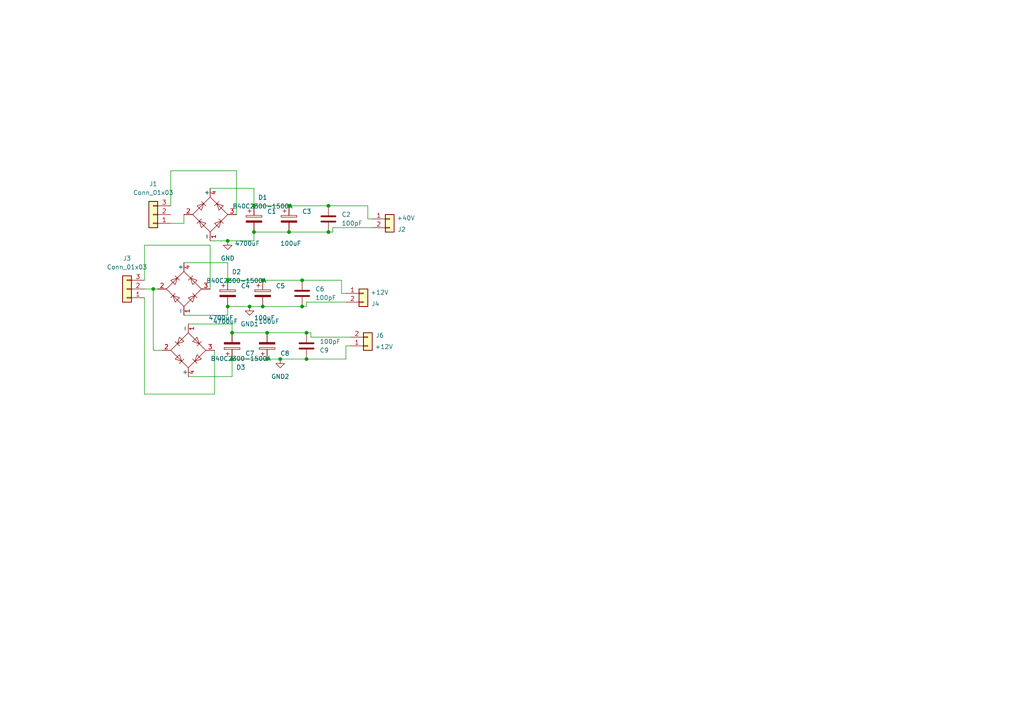
<source format=kicad_sch>
(kicad_sch (version 20231120) (generator "eeschema") (generator_version "8.0")
  (paper "A4")
  (lib_symbols
    (symbol "Connector_Generic:Conn_01x02" (pin_names (offset 1.016) hide)
      (property "Reference" "J" (at 0 2.54 0))
      (property "Value" "Conn_01x02" (at 0 -5.08 0))
      (symbol "Conn_01x02_1_1"
        (rectangle (start -1.27 -2.413) (end 0 -2.667) (stroke (width 0.1524)))
        (rectangle (start -1.27 0.127) (end 0 -0.127) (stroke (width 0.1524)))
        (rectangle (start -1.27 1.27) (end 1.27 -3.81) (stroke (width 0.254)) (fill (type background)))
        (pin passive line (at -5.08 0 0) (length 3.81) (name "Pin_1") (number "1"))
        (pin passive line (at -5.08 -2.54 0) (length 3.81) (name "Pin_2") (number "2"))
      )
    )
    (symbol "Connector_Generic:Conn_01x03" (pin_names (offset 1.016) hide)
      (property "Reference" "J" (at 0 5.08 0))
      (property "Value" "Conn_01x03" (at 0 -5.08 0))
      (symbol "Conn_01x03_1_1"
        (rectangle (start -1.27 -2.413) (end 0 -2.667) (stroke (width 0.1524)))
        (rectangle (start -1.27 0.127) (end 0 -0.127) (stroke (width 0.1524)))
        (rectangle (start -1.27 2.667) (end 0 2.413) (stroke (width 0.1524)))
        (rectangle (start -1.27 3.81) (end 1.27 -3.81) (stroke (width 0.254)) (fill (type background)))
        (pin passive line (at -5.08 2.54 0) (length 3.81) (name "Pin_1") (number "1"))
        (pin passive line (at -5.08 0 0) (length 3.81) (name "Pin_2") (number "2"))
        (pin passive line (at -5.08 -2.54 0) (length 3.81) (name "Pin_3") (number "3"))
      )
    )
    (symbol "Device:C" (pin_numbers hide) (pin_names (offset 0.254))
      (property "Reference" "C" (at 0.635 2.54 0))
      (property "Value" "C" (at 0.635 -2.54 0))
      (symbol "C_0_1"
        (polyline (pts (xy -2.032 -0.762) (xy 2.032 -0.762)) (stroke (width 0.508)))
        (polyline (pts (xy -2.032 0.762) (xy 2.032 0.762)) (stroke (width 0.508)))
      )
      (symbol "C_1_1"
        (pin passive line (at 0 3.81 270) (length 2.794) (name "~") (number "1"))
        (pin passive line (at 0 -3.81 90) (length 2.794) (name "~") (number "2"))
      )
    )
    (symbol "Device:C_Polarized" (pin_numbers hide) (pin_names (offset 0.254))
      (property "Reference" "C" (at 0.635 2.54 0))
      (property "Value" "C_Polarized" (at 0.635 -2.54 0))
      (symbol "C_Polarized_0_1"
        (rectangle (start -2.286 0.508) (end 2.286 1.016))
        (polyline (pts (xy -1.778 2.286) (xy -0.762 2.286)))
        (polyline (pts (xy -1.27 2.794) (xy -1.27 1.778)))
        (rectangle (start 2.286 -0.508) (end -2.286 -1.016) (fill (type outline)))
      )
      (symbol "C_Polarized_1_1"
        (pin passive line (at 0 3.81 270) (length 2.794) (name "~") (number "1"))
        (pin passive line (at 0 -3.81 90) (length 2.794) (name "~") (number "2"))
      )
    )
    (symbol "Diode_Bridge:B40C2300-1500A" (pin_names (offset 0))
      (property "Reference" "D" (at 2.54 6.985 0))
      (property "Value" "B40C2300-1500A" (at 2.54 5.08 0))
      (symbol "B40C2300-1500A_0_1"
        (polyline (pts (xy -2.54 3.81) (xy -1.27 2.54)))
        (polyline (pts (xy -1.27 -2.54) (xy -2.54 -3.81)))
        (polyline (pts (xy 2.54 -1.27) (xy 3.81 -2.54)))
        (polyline (pts (xy 2.54 1.27) (xy 3.81 2.54)))
        (polyline (pts (xy -3.81 2.54) (xy -2.54 1.27) (xy -1.905 3.175) (xy -3.81 2.54)))
        (polyline (pts (xy -2.54 -1.27) (xy -3.81 -2.54) (xy -1.905 -3.175) (xy -2.54 -1.27)))
        (polyline (pts (xy 1.27 2.54) (xy 2.54 3.81) (xy 3.175 1.905) (xy 1.27 2.54)))
        (polyline (pts (xy 3.175 -1.905) (xy 1.27 -2.54) (xy 2.54 -3.81) (xy 3.175 -1.905)))
        (polyline (pts (xy -5.08 0) (xy 0 -5.08) (xy 5.08 0) (xy 0 5.08) (xy -5.08 0)))
      )
      (symbol "B40C2300-1500A_1_1"
        (pin passive line (at -7.62 0 0) (length 2.54) (name "-") (number "1"))
        (pin passive line (at 0 7.62 270) (length 2.54) (name "~") (number "2"))
        (pin passive line (at 0 -7.62 90) (length 2.54) (name "~") (number "3"))
        (pin passive line (at 7.62 0 180) (length 2.54) (name "+") (number "4"))
      )
    )
    (symbol "power:GND" (power) (pin_numbers hide) (pin_names (offset 0) hide)
      (property "Value" "GND" (at 0 -3.81 0))
      (symbol "GND_0_1"
        (polyline (pts (xy 0 0) (xy 0 -1.27) (xy 1.27 -1.27) (xy 0 -2.54) (xy -1.27 -1.27) (xy 0 -1.27)))
      )
      (symbol "GND_1_1"
        (pin power_in line (at 0 0 270) (length 0) (name "~") (number "1"))
      )
    )
    (symbol "power:GND1" (power) (pin_numbers hide) (pin_names (offset 0) hide)
      (property "Value" "GND1" (at 0 -3.81 0))
      (symbol "GND1_0_1"
        (polyline (pts (xy 0 0) (xy 0 -1.27) (xy 1.27 -1.27) (xy 0 -2.54) (xy -1.27 -1.27) (xy 0 -1.27)))
      )
      (symbol "GND1_1_1"
        (pin power_in line (at 0 0 270) (length 0) (name "~") (number "1"))
      )
    )
  )
  (junction (at 44.45 83.82))
  (junction (at 95.25 59.69))
  (junction (at 83.82 59.69))
  (junction (at 66.04 81.28))
  (junction (at 66.04 88.9))
  (junction (at 66.04 69.85))
  (junction (at 73.66 67.31))
  (junction (at 72.39 88.9))
  (junction (at 77.47 96.52))
  (junction (at 95.25 67.31))
  (junction (at 83.82 67.31))
  (junction (at 88.9 96.52))
  (junction (at 76.2 81.28))
  (junction (at 81.28 104.14))
  (junction (at 87.63 81.28))
  (junction (at 77.47 104.14))
  (junction (at 76.2 88.9))
  (junction (at 67.31 96.52))
  (junction (at 67.31 104.14))
  (junction (at 88.9 104.14))
  (junction (at 87.63 88.9))
  (junction (at 73.66 59.69))
  (wire (pts (xy 73.66 67.31) (xy 83.82 67.31)))
  (wire (pts (xy 44.45 83.82) (xy 44.45 101.6)))
  (wire (pts (xy 83.82 59.69) (xy 95.25 59.69)))
  (wire (pts (xy 66.04 76.2) (xy 66.04 81.28)))
  (wire (pts (xy 100.33 104.14) (xy 88.9 104.14)))
  (wire (pts (xy 77.47 96.52) (xy 88.9 96.52)))
  (wire (pts (xy 67.31 96.52) (xy 77.47 96.52)))
  (wire (pts (xy 41.91 81.28) (xy 41.91 71.12)))
  (wire (pts (xy 44.45 83.82) (xy 45.72 83.82)))
  (wire (pts (xy 96.52 67.31) (xy 95.25 67.31)))
  (wire (pts (xy 106.68 63.5) (xy 106.68 59.69)))
  (wire (pts (xy 60.96 69.85) (xy 66.04 69.85)))
  (wire (pts (xy 83.82 67.31) (xy 95.25 67.31)))
  (wire (pts (xy 90.17 96.52) (xy 88.9 96.52)))
  (wire (pts (xy 41.91 114.3) (xy 62.23 114.3)))
  (wire (pts (xy 77.47 104.14) (xy 81.28 104.14)))
  (wire (pts (xy 107.95 66.04) (xy 96.52 66.04)))
  (wire (pts (xy 81.28 104.14) (xy 88.9 104.14)))
  (wire (pts (xy 54.61 109.22) (xy 67.31 109.22)))
  (wire (pts (xy 76.2 88.9) (xy 87.63 88.9)))
  (wire (pts (xy 73.66 69.85) (xy 73.66 67.31)))
  (wire (pts (xy 62.23 114.3) (xy 62.23 101.6)))
  (wire (pts (xy 99.06 81.28) (xy 87.63 81.28)))
  (wire (pts (xy 67.31 93.98) (xy 67.31 96.52)))
  (wire (pts (xy 68.58 49.53) (xy 68.58 62.23)))
  (wire (pts (xy 88.9 88.9) (xy 87.63 88.9)))
  (wire (pts (xy 106.68 63.5) (xy 107.95 63.5)))
  (wire (pts (xy 101.6 97.79) (xy 90.17 97.79)))
  (wire (pts (xy 66.04 81.28) (xy 76.2 81.28)))
  (wire (pts (xy 72.39 88.9) (xy 76.2 88.9)))
  (wire (pts (xy 90.17 97.79) (xy 90.17 96.52)))
  (wire (pts (xy 99.06 85.09) (xy 100.33 85.09)))
  (wire (pts (xy 73.66 59.69) (xy 83.82 59.69)))
  (wire (pts (xy 54.61 93.98) (xy 67.31 93.98)))
  (wire (pts (xy 66.04 91.44) (xy 66.04 88.9)))
  (wire (pts (xy 41.91 71.12) (xy 60.96 71.12)))
  (wire (pts (xy 49.53 59.69) (xy 49.53 49.53)))
  (wire (pts (xy 53.34 76.2) (xy 66.04 76.2)))
  (wire (pts (xy 60.96 71.12) (xy 60.96 83.82)))
  (wire (pts (xy 53.34 64.77) (xy 53.34 62.23)))
  (wire (pts (xy 60.96 54.61) (xy 73.66 54.61)))
  (wire (pts (xy 73.66 54.61) (xy 73.66 59.69)))
  (wire (pts (xy 66.04 69.85) (xy 73.66 69.85)))
  (wire (pts (xy 67.31 109.22) (xy 67.31 104.14)))
  (wire (pts (xy 88.9 87.63) (xy 88.9 88.9)))
  (wire (pts (xy 100.33 100.33) (xy 100.33 104.14)))
  (wire (pts (xy 49.53 64.77) (xy 53.34 64.77)))
  (wire (pts (xy 100.33 100.33) (xy 101.6 100.33)))
  (wire (pts (xy 49.53 49.53) (xy 68.58 49.53)))
  (wire (pts (xy 66.04 88.9) (xy 72.39 88.9)))
  (wire (pts (xy 100.33 87.63) (xy 88.9 87.63)))
  (wire (pts (xy 106.68 59.69) (xy 95.25 59.69)))
  (wire (pts (xy 41.91 83.82) (xy 44.45 83.82)))
  (wire (pts (xy 53.34 91.44) (xy 66.04 91.44)))
  (wire (pts (xy 76.2 81.28) (xy 87.63 81.28)))
  (wire (pts (xy 44.45 101.6) (xy 46.99 101.6)))
  (wire (pts (xy 99.06 85.09) (xy 99.06 81.28)))
  (wire (pts (xy 41.91 86.36) (xy 41.91 114.3)))
  (wire (pts (xy 67.31 104.14) (xy 77.47 104.14)))
  (wire (pts (xy 96.52 66.04) (xy 96.52 67.31)))
  (symbol (lib_id "Connector_Generic:Conn_01x02") (at 105.41 85.09 0) (unit 1)
    (property "Reference" "J4" (at 107.696 88.138 0) (effects (justify left)))
    (property "Value" "+12V" (at 107.442 84.836 0) (effects (justify left)))
    (property "Footprint" "Connector_Molex:Molex_KK-254_AE-6410-02A_1x02_P2.54mm_Vertical" (effects (hide yes)))
    (property "Description" "Generic connector, single row, 01x02, script generated (kicad-library-utils/schlib/autogen/connector/)" (effects (hide yes)))
  )
  (symbol (lib_id "power:GND1") (at 72.39 88.9 0) (unit 1)
    (property "Reference" "#PWR02" (effects (hide yes)))
    (property "Value" "GND1" (at 72.39 93.98 0))
    (property "Description" "Power symbol creates a global label with name \"GND1\" , ground" (effects (hide yes)))
  )
  (symbol (lib_id "Device:C_Polarized") (at 66.04 85.09 0) (unit 1)
    (property "Reference" "C4" (at 69.85 82.9309 0) (effects (justify left)))
    (property "Value" "4700uF" (at 60.452 92.202 0) (effects (justify left)))
    (property "Footprint" "Capacitor_THT:C_Radial_D18.0mm_H35.5mm_P7.50mm" (effects (hide yes)))
    (property "Description" "Polarized capacitor" (effects (hide yes)))
  )
  (symbol (lib_id "Device:C") (at 87.63 85.09 0) (unit 1)
    (property "Reference" "C6" (at 91.44 83.8199 0) (effects (justify left)))
    (property "Value" "100pF" (at 91.44 86.3599 0) (effects (justify left)))
    (property "Footprint" "Capacitor_THT:C_Disc_D3.4mm_W2.1mm_P2.50mm" (effects (hide yes)))
    (property "Description" "Unpolarized capacitor" (effects (hide yes)))
  )
  (symbol (lib_id "Device:C_Polarized") (at 67.31 100.33 0) (mirror x) (unit 1)
    (property "Reference" "C7" (at 71.12 102.4891 0) (effects (justify left)))
    (property "Value" "4700uF" (at 61.722 93.218 0) (effects (justify left)))
    (property "Footprint" "Capacitor_THT:C_Radial_D18.0mm_H35.5mm_P7.50mm" (effects (hide yes)))
    (property "Description" "Polarized capacitor" (effects (hide yes)))
  )
  (symbol (lib_id "Connector_Generic:Conn_01x03") (at 44.45 62.23 180) (unit 1)
    (property "Reference" "J1" (at 44.45 53.34 0))
    (property "Value" "Conn_01x03" (at 44.45 55.88 0))
    (property "Footprint" "Connector_Molex:Molex_KK-254_AE-6410-03A_1x03_P2.54mm_Vertical" (effects (hide yes)))
    (property "Description" "Generic connector, single row, 01x03, script generated (kicad-library-utils/schlib/autogen/connector/)" (effects (hide yes)))
  )
  (symbol (lib_id "Device:C") (at 88.9 100.33 0) (mirror x) (unit 1)
    (property "Reference" "C9" (at 92.71 101.6001 0) (effects (justify left)))
    (property "Value" "100pF" (at 92.71 99.0601 0) (effects (justify left)))
    (property "Footprint" "Capacitor_THT:C_Disc_D3.4mm_W2.1mm_P2.50mm" (effects (hide yes)))
    (property "Description" "Unpolarized capacitor" (effects (hide yes)))
  )
  (symbol (lib_id "Device:C_Polarized") (at 76.2 85.09 0) (unit 1)
    (property "Reference" "C5" (at 80.01 82.9309 0) (effects (justify left)))
    (property "Value" "100uF" (at 73.66 92.202 0) (effects (justify left)))
    (property "Footprint" "Capacitor_THT:C_Radial_D10.0mm_H16.0mm_P5.00mm" (effects (hide yes)))
    (property "Description" "Polarized capacitor" (effects (hide yes)))
  )
  (symbol (lib_id "Connector_Generic:Conn_01x03") (at 36.83 83.82 180) (unit 1)
    (property "Reference" "J3" (at 36.83 74.93 0))
    (property "Value" "Conn_01x03" (at 36.83 77.47 0))
    (property "Footprint" "Connector_Molex:Molex_KK-254_AE-6410-03A_1x03_P2.54mm_Vertical" (effects (hide yes)))
    (property "Description" "Generic connector, single row, 01x03, script generated (kicad-library-utils/schlib/autogen/connector/)" (effects (hide yes)))
  )
  (symbol (lib_id "Diode_Bridge:B40C2300-1500A") (at 60.96 62.23 90) (unit 1)
    (property "Reference" "D1" (at 76.2 57.2768 90))
    (property "Value" "B40C2300-1500A" (at 76.2 59.8168 90))
    (property "Footprint" "Diode_THT:Diode_Bridge_19.0x3.5x10.0mm_P5.0mm" (effects (hide yes)))
    (property "Datasheet" "https://diotec.com/tl_files/diotec/files/pdf/datasheets/b40c2300.pdf" (effects (hide yes)))
    (property "Description" "Silicon Bridge Rectifier, 40V Vrms, 1.5A If, pins=-AA+, SIL-package" (effects (hide yes)))
  )
  (symbol (lib_id "Device:C_Polarized") (at 83.82 63.5 0) (unit 1)
    (property "Reference" "C3" (at 87.63 61.3409 0) (effects (justify left)))
    (property "Value" "100uF" (at 81.28 70.612 0) (effects (justify left)))
    (property "Footprint" "Capacitor_THT:C_Radial_D10.0mm_H16.0mm_P5.00mm" (effects (hide yes)))
    (property "Description" "Polarized capacitor" (effects (hide yes)))
  )
  (symbol (lib_id "Device:C_Polarized") (at 73.66 63.5 0) (unit 1)
    (property "Reference" "C1" (at 77.47 61.3409 0) (effects (justify left)))
    (property "Value" "4700uF" (at 68.072 70.612 0) (effects (justify left)))
    (property "Footprint" "Capacitor_THT:C_Radial_D18.0mm_H35.5mm_P7.50mm" (effects (hide yes)))
    (property "Description" "Polarized capacitor" (effects (hide yes)))
  )
  (symbol (lib_id "power:GND1") (at 81.28 104.14 0) (unit 1)
    (property "Reference" "#PWR03" (effects (hide yes)))
    (property "Value" "GND2" (at 81.28 109.22 0))
    (property "Description" "Power symbol creates a global label with name \"GND1\" , ground" (effects (hide yes)))
  )
  (symbol (lib_id "Connector_Generic:Conn_01x02") (at 106.68 100.33 0) (mirror x) (unit 1)
    (property "Reference" "J6" (at 108.966 97.282 0) (effects (justify left)))
    (property "Value" "+12V" (at 108.712 100.584 0) (effects (justify left)))
    (property "Footprint" "Connector_Molex:Molex_KK-254_AE-6410-02A_1x02_P2.54mm_Vertical" (effects (hide yes)))
    (property "Description" "Generic connector, single row, 01x02, script generated (kicad-library-utils/schlib/autogen/connector/)" (effects (hide yes)))
  )
  (symbol (lib_id "Diode_Bridge:B40C2300-1500A") (at 53.34 83.82 90) (unit 1)
    (property "Reference" "D2" (at 68.58 78.8668 90))
    (property "Value" "B40C2300-1500A" (at 68.58 81.4068 90))
    (property "Footprint" "Diode_THT:Diode_Bridge_19.0x3.5x10.0mm_P5.0mm" (effects (hide yes)))
    (property "Datasheet" "https://diotec.com/tl_files/diotec/files/pdf/datasheets/b40c2300.pdf" (effects (hide yes)))
    (property "Description" "Silicon Bridge Rectifier, 40V Vrms, 1.5A If, pins=-AA+, SIL-package" (effects (hide yes)))
  )
  (symbol (lib_id "Connector_Generic:Conn_01x02") (at 113.03 63.5 0) (unit 1)
    (property "Reference" "J2" (at 115.316 66.548 0) (effects (justify left)))
    (property "Value" "+40V" (at 115.062 63.246 0) (effects (justify left)))
    (property "Footprint" "Connector_Molex:Molex_KK-254_AE-6410-02A_1x02_P2.54mm_Vertical" (effects (hide yes)))
    (property "Description" "Generic connector, single row, 01x02, script generated (kicad-library-utils/schlib/autogen/connector/)" (effects (hide yes)))
  )
  (symbol (lib_id "Device:C_Polarized") (at 77.47 100.33 0) (mirror x) (unit 1)
    (property "Reference" "C8" (at 81.28 102.4891 0) (effects (justify left)))
    (property "Value" "100uF" (at 74.93 93.218 0) (effects (justify left)))
    (property "Footprint" "Capacitor_THT:C_Radial_D10.0mm_H16.0mm_P5.00mm" (effects (hide yes)))
    (property "Description" "Polarized capacitor" (effects (hide yes)))
  )
  (symbol (lib_id "Device:C") (at 95.25 63.5 0) (unit 1)
    (property "Reference" "C2" (at 99.06 62.2299 0) (effects (justify left)))
    (property "Value" "100pF" (at 99.06 64.7699 0) (effects (justify left)))
    (property "Footprint" "Capacitor_THT:C_Disc_D3.4mm_W2.1mm_P2.50mm" (effects (hide yes)))
    (property "Description" "Unpolarized capacitor" (effects (hide yes)))
  )
  (symbol (lib_id "Diode_Bridge:B40C2300-1500A") (at 54.61 101.6 90) (mirror x) (unit 1)
    (property "Reference" "D3" (at 69.85 106.5532 90))
    (property "Value" "B40C2300-1500A" (at 69.85 104.0132 90))
    (property "Footprint" "Diode_THT:Diode_Bridge_19.0x3.5x10.0mm_P5.0mm" (effects (hide yes)))
    (property "Datasheet" "https://diotec.com/tl_files/diotec/files/pdf/datasheets/b40c2300.pdf" (effects (hide yes)))
    (property "Description" "Silicon Bridge Rectifier, 40V Vrms, 1.5A If, pins=-AA+, SIL-package" (effects (hide yes)))
  )
  (symbol (lib_id "power:GND") (at 66.04 69.85 0) (unit 1)
    (property "Reference" "#PWR01" (effects (hide yes)))
    (property "Value" "GND" (at 66.04 74.93 0))
    (property "Description" "Power symbol creates a global label with name \"GND\" , ground" (effects (hide yes)))
  )
)
</source>
